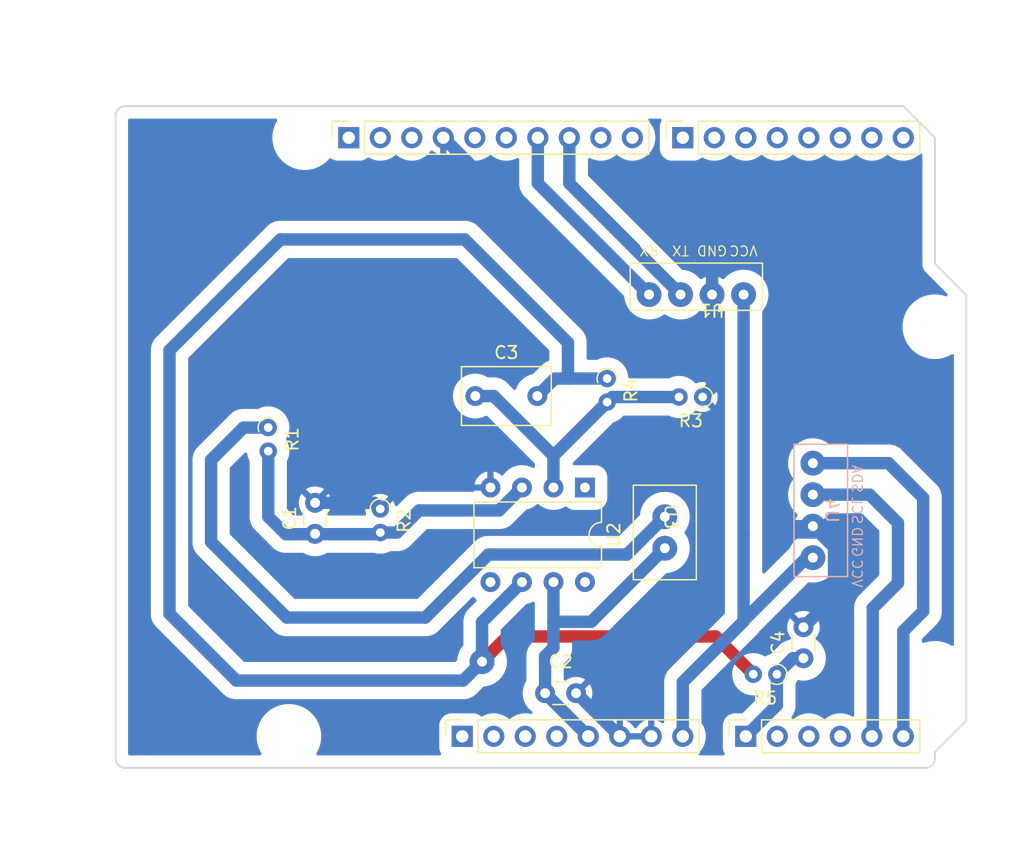
<source format=kicad_pcb>
(kicad_pcb (version 20211014) (generator pcbnew)
  (title_block (date "mar. 31 mars 2015"))
  (layers (0 "F.Cu" signal) (31 "B.Cu" signal) (34 "B.Paste" user) (35 "F.Paste" user) (36 "B.SilkS" user "B.Silkscreen") (37 "F.SilkS" user "F.Silkscreen") (38 "B.Mask" user) (39 "F.Mask" user) (44 "Edge.Cuts" user))
  (net 0 "")
  (net 1 "GND")
  (net 3 "+5V")
  (net 4 "/IOREF")
  (net 5 "/A0")
  (net 6 "/A1")
  (net 7 "/A2")
  (net 8 "/SCL{slash}A5*")
  (net 9 "/13")
  (net 10 "/12")
  (net 11 "/AREF")
  (net 12 "/8")
  (net 13 "/7")
  (net 14 "Net-(C1-Pad1)")
  (net 15 "/*9")
  (net 16 "/4")
  (net 17 "/2")
  (net 18 "/*6")
  (net 19 "/*5")
  (net 20 "/TX{slash}1")
  (net 21 "/*3")
  (net 22 "/RX{slash}0")
  (net 23 "+3V3")
  (net 24 "VCC")
  (net 25 "/~{RESET}")
  (net 26 "/*11{slash}RX")
  (net 27 "/*10{slash}TX")
  (net 28 "Net-(R1-Pad1)")
  (net 29 "Net-(C3-Pad2)")
  (net 30 "Net-(C3-Pad1)")
  (net 31 "/SDA{slash}A4*")
  (net 32 "/A3")
  (net 33 "/SCL{slash}A4")
  (net 34 "/SDA{slash}A5")
  (footprint "Connector_PinSocket_2.54mm:PinSocket_1x08_P2.54mm_Vertical" (layer "F.Cu") (at 127.94 97.46 90)
    (fp_text reference "J1" hide)
    (fp_text value "Power")
    (fp_line (start -1.33 19.11) (end 1.33 19.11) (layer "F.SilkS") (width 0.12))
    (fp_line (start 1.33 1.27) (end 1.33 19.11) (layer "F.SilkS") (width 0.12))
    (fp_line (start -1.33 1.27) (end 1.33 1.27) (layer "F.SilkS") (width 0.12))
    (fp_line (start 0 -1.33) (end 1.33 -1.33) (layer "F.SilkS") (width 0.12))
    (fp_line (start 1.33 -1.33) (end 1.33 0) (layer "F.SilkS") (width 0.12))
    (fp_line (start -1.33 1.27) (end -1.33 19.11) (layer "F.SilkS") (width 0.12))
    (pad "1" thru_hole rect locked (at 0 0 90) (size 1.7 1.7) (drill 1) (layers *.Cu *.Mask))
    (pad "2" thru_hole oval locked (at 0 2.54 90) (size 1.7 1.7) (drill 1) (layers *.Cu *.Mask) (net 4 "/IOREF"))
    (pad "3" thru_hole oval locked (at 0 5.08 90) (size 1.7 1.7) (drill 1) (layers *.Cu *.Mask) (net 25 "/~{RESET}"))
    (pad "4" thru_hole oval locked (at 0 7.62 90) (size 1.7 1.7) (drill 1) (layers *.Cu *.Mask) (net 23 "+3V3"))
    (pad "5" thru_hole oval locked (at 0 10.16 90) (size 1.7 1.7) (drill 1) (layers *.Cu *.Mask) (net 3 "+5V"))
    (pad "6" thru_hole oval locked (at 0 12.7 90) (size 1.7 1.7) (drill 1) (layers *.Cu *.Mask) (net 1 "GND"))
    (pad "7" thru_hole oval locked (at 0 15.24 90) (size 1.7 1.7) (drill 1) (layers *.Cu *.Mask) (net 1 "GND"))
    (pad "8" thru_hole oval locked (at 0 17.78 90) (size 1.7 1.7) (drill 1) (layers *.Cu *.Mask) (net 24 "VCC"))
  )
  (footprint "Connector_PinSocket_2.54mm:PinSocket_1x06_P2.54mm_Vertical" (layer "F.Cu") (at 150.8 97.46 90)
    (fp_text reference "J3" hide)
    (fp_text value "Analog")
    (fp_line (start 1.33 1.27) (end 1.33 14.03) (layer "F.SilkS") (width 0.12))
    (fp_line (start 0 -1.33) (end 1.33 -1.33) (layer "F.SilkS") (width 0.12))
    (fp_line (start -1.33 1.27) (end 1.33 1.27) (layer "F.SilkS") (width 0.12))
    (fp_line (start -1.33 1.27) (end -1.33 14.03) (layer "F.SilkS") (width 0.12))
    (fp_line (start -1.33 14.03) (end 1.33 14.03) (layer "F.SilkS") (width 0.12))
    (fp_line (start 1.33 -1.33) (end 1.33 0) (layer "F.SilkS") (width 0.12))
    (pad "1" thru_hole rect locked (at 0 0 90) (size 1.7 1.7) (drill 1) (layers *.Cu *.Mask) (net 5 "/A0"))
    (pad "2" thru_hole oval locked (at 0 2.54 90) (size 1.7 1.7) (drill 1) (layers *.Cu *.Mask) (net 6 "/A1"))
    (pad "3" thru_hole oval locked (at 0 5.08 90) (size 1.7 1.7) (drill 1) (layers *.Cu *.Mask) (net 7 "/A2"))
    (pad "4" thru_hole oval locked (at 0 7.62 90) (size 1.7 1.7) (drill 1) (layers *.Cu *.Mask) (net 32 "/A3"))
    (pad "5" thru_hole oval locked (at 0 10.16 90) (size 1.7 1.7) (drill 1) (layers *.Cu *.Mask) (net 33 "/SCL{slash}A4"))
    (pad "6" thru_hole oval locked (at 0 12.7 90) (size 1.7 1.7) (drill 1) (layers *.Cu *.Mask) (net 34 "/SDA{slash}A5"))
  )
  (footprint "Connector_PinSocket_2.54mm:PinSocket_1x10_P2.54mm_Vertical" (layer "F.Cu") (at 118.796 49.2 90)
    (fp_text reference "J2" hide)
    (fp_text value "Digital/PWM")
    (fp_line (start -1.33 24.19) (end 1.33 24.19) (layer "F.SilkS") (width 0.12))
    (fp_line (start -1.33 1.27) (end -1.33 24.19) (layer "F.SilkS") (width 0.12))
    (fp_line (start 1.33 -1.33) (end 1.33 0) (layer "F.SilkS") (width 0.12))
    (fp_line (start 0 -1.33) (end 1.33 -1.33) (layer "F.SilkS") (width 0.12))
    (fp_line (start 1.33 1.27) (end 1.33 24.19) (layer "F.SilkS") (width 0.12))
    (fp_line (start -1.33 1.27) (end 1.33 1.27) (layer "F.SilkS") (width 0.12))
    (pad "1" thru_hole rect locked (at 0 0 90) (size 1.7 1.7) (drill 1) (layers *.Cu *.Mask) (net 8 "/SCL{slash}A5*"))
    (pad "2" thru_hole oval locked (at 0 2.54 90) (size 1.7 1.7) (drill 1) (layers *.Cu *.Mask) (net 31 "/SDA{slash}A4*"))
    (pad "3" thru_hole oval locked (at 0 5.08 90) (size 1.7 1.7) (drill 1) (layers *.Cu *.Mask) (net 11 "/AREF"))
    (pad "4" thru_hole oval locked (at 0 7.62 90) (size 1.7 1.7) (drill 1) (layers *.Cu *.Mask) (net 1 "GND"))
    (pad "5" thru_hole oval locked (at 0 10.16 90) (size 1.7 1.7) (drill 1) (layers *.Cu *.Mask) (net 9 "/13"))
    (pad "6" thru_hole oval locked (at 0 12.7 90) (size 1.7 1.7) (drill 1) (layers *.Cu *.Mask) (net 10 "/12"))
    (pad "7" thru_hole oval locked (at 0 15.24 90) (size 1.7 1.7) (drill 1) (layers *.Cu *.Mask) (net 26 "/*11{slash}RX"))
    (pad "8" thru_hole oval locked (at 0 17.78 90) (size 1.7 1.7) (drill 1) (layers *.Cu *.Mask) (net 27 "/*10{slash}TX"))
    (pad "9" thru_hole oval locked (at 0 20.32 90) (size 1.7 1.7) (drill 1) (layers *.Cu *.Mask) (net 15 "/*9"))
    (pad "10" thru_hole oval locked (at 0 22.86 90) (size 1.7 1.7) (drill 1) (layers *.Cu *.Mask) (net 12 "/8"))
  )
  (footprint "Connector_PinSocket_2.54mm:PinSocket_1x08_P2.54mm_Vertical" (layer "F.Cu") (at 145.72 49.2 90)
    (fp_text reference "J4" hide)
    (fp_text value "Digital/PWM")
    (fp_line (start -1.33 19.11) (end 1.33 19.11) (layer "F.SilkS") (width 0.12))
    (fp_line (start -1.33 1.27) (end -1.33 19.11) (layer "F.SilkS") (width 0.12))
    (fp_line (start 0 -1.33) (end 1.33 -1.33) (layer "F.SilkS") (width 0.12))
    (fp_line (start -1.33 1.27) (end 1.33 1.27) (layer "F.SilkS") (width 0.12))
    (fp_line (start 1.33 -1.33) (end 1.33 0) (layer "F.SilkS") (width 0.12))
    (fp_line (start 1.33 1.27) (end 1.33 19.11) (layer "F.SilkS") (width 0.12))
    (pad "1" thru_hole rect locked (at 0 0 90) (size 1.7 1.7) (drill 1) (layers *.Cu *.Mask) (net 13 "/7"))
    (pad "2" thru_hole oval locked (at 0 2.54 90) (size 1.7 1.7) (drill 1) (layers *.Cu *.Mask) (net 18 "/*6"))
    (pad "3" thru_hole oval locked (at 0 5.08 90) (size 1.7 1.7) (drill 1) (layers *.Cu *.Mask) (net 19 "/*5"))
    (pad "4" thru_hole oval locked (at 0 7.62 90) (size 1.7 1.7) (drill 1) (layers *.Cu *.Mask) (net 16 "/4"))
    (pad "5" thru_hole oval locked (at 0 10.16 90) (size 1.7 1.7) (drill 1) (layers *.Cu *.Mask) (net 21 "/*3"))
    (pad "6" thru_hole oval locked (at 0 12.7 90) (size 1.7 1.7) (drill 1) (layers *.Cu *.Mask) (net 17 "/2"))
    (pad "7" thru_hole oval locked (at 0 15.24 90) (size 1.7 1.7) (drill 1) (layers *.Cu *.Mask) (net 20 "/TX{slash}1"))
    (pad "8" thru_hole oval locked (at 0 17.78 90) (size 1.7 1.7) (drill 1) (layers *.Cu *.Mask) (net 22 "/RX{slash}0"))
  )
  (footprint "Resistor_THT:R_Axial_DIN0204_L3.6mm_D1.6mm_P1.90mm_Vertical" (layer "F.Cu") (at 147.32 70.104 180)
    (fp_text reference "R3" (at 0.95 -1.92) (layer "F.SilkS"))
    (fp_text value "R")
    (fp_arc (start 0.320095 0.749359) (mid -0.813042 -0.054435) (end 0.417133 -0.7) (layer "F.SilkS") (width 0.12))
    (pad "1" thru_hole circle (at 0 0 180) (size 1.4 1.4) (drill 0.7) (layers *.Cu *.Mask) (net 1 "GND"))
    (pad "2" thru_hole oval (at 1.9 0 180) (size 1.4 1.4) (drill 0.7) (layers *.Cu *.Mask) (net 30 "Net-(C3-Pad1)"))
  )
  (footprint "Resistor_THT:R_Axial_DIN0204_L3.6mm_D1.6mm_P1.90mm_Vertical" (layer "F.Cu") (at 139.624 68.615 -90)
    (fp_text reference "R4" (at 0.95 -1.92 90) (layer "F.SilkS"))
    (fp_text value "R")
    (fp_arc (start 0.320095 0.749359) (mid -0.813042 -0.054435) (end 0.417133 -0.7) (layer "F.SilkS") (width 0.12))
    (pad "1" thru_hole circle (at 0 0 270) (size 1.4 1.4) (drill 0.7) (layers *.Cu *.Mask) (net 29 "Net-(C3-Pad2)"))
    (pad "2" thru_hole oval (at 1.9 0 270) (size 1.4 1.4) (drill 0.7) (layers *.Cu *.Mask) (net 30 "Net-(C3-Pad1)"))
  )
  (footprint "Capacitor_THT:C_Rect_L7.0mm_W4.5mm_P5.00mm" (layer "F.Cu") (at 128.996 70.028)
    (fp_text reference "C3" (at 2.5 -3.5) (layer "F.SilkS"))
    (fp_text value "C")
    (fp_line (start -1.12 -2.37) (end -1.12 2.37) (layer "F.SilkS") (width 0.12))
    (fp_line (start -1.12 -2.37) (end 6.12 -2.37) (layer "F.SilkS") (width 0.12))
    (fp_line (start 6.12 -2.37) (end 6.12 2.37) (layer "F.SilkS") (width 0.12))
    (fp_line (start -1.12 2.37) (end 6.12 2.37) (layer "F.SilkS") (width 0.12))
    (pad "1" thru_hole circle (at 0 0) (size 1.6 1.6) (drill 0.8) (layers *.Cu *.Mask) (net 30 "Net-(C3-Pad1)"))
    (pad "2" thru_hole circle (at 5 0) (size 1.6 1.6) (drill 0.8) (layers *.Cu *.Mask) (net 29 "Net-(C3-Pad2)"))
  )
  (footprint "Capacitor_THT:C_Disc_D3.0mm_W1.6mm_P2.50mm" (layer "F.Cu") (at 134.62 93.98)
    (fp_text reference "C2" (at 1.25 -2.54) (layer "F.SilkS"))
    (fp_text value "C")
    (fp_line (start 0.621 0.92) (end 1.879 0.92) (layer "F.SilkS") (width 0.12))
    (fp_line (start 0.621 -0.92) (end 1.879 -0.92) (layer "F.SilkS") (width 0.12))
    (pad "1" thru_hole circle (at 0 0) (size 1.6 1.6) (drill 0.8) (layers *.Cu *.Mask) (net 3 "+5V"))
    (pad "2" thru_hole circle (at 2.5 0) (size 1.6 1.6) (drill 0.8) (layers *.Cu *.Mask) (net 1 "GND"))
  )
  (footprint "Resistor_THT:R_Axial_DIN0204_L3.6mm_D1.6mm_P1.90mm_Vertical" (layer "F.Cu") (at 153.305 92.456 180)
    (fp_text reference "R5" (at 0.95 -1.92) (layer "F.SilkS"))
    (fp_text value "R")
    (fp_arc (start 0.320095 0.749359) (mid -0.813042 -0.054435) (end 0.417133 -0.7) (layer "F.SilkS") (width 0.12))
    (pad "1" thru_hole circle (at 0 0 180) (size 1.4 1.4) (drill 0.7) (layers *.Cu *.Mask) (net 5 "/A0"))
    (pad "2" thru_hole oval (at 1.9 0 180) (size 1.4 1.4) (drill 0.7) (layers *.Cu *.Mask) (net 29 "Net-(C3-Pad2)"))
  )
  (footprint "Resistor_THT:R_Axial_DIN0204_L3.6mm_D1.6mm_P1.90mm_Vertical" (layer "F.Cu") (at 112.303 72.568 -90)
    (fp_text reference "R1" (at 0.95 -1.92 90) (layer "F.SilkS"))
    (fp_text value "R")
    (fp_arc (start 0.320095 0.749359) (mid -0.813042 -0.054435) (end 0.417133 -0.7) (layer "F.SilkS") (width 0.12))
    (pad "1" thru_hole circle (at 0 0 270) (size 1.4 1.4) (drill 0.7) (layers *.Cu *.Mask) (net 28 "Net-(R1-Pad1)"))
    (pad "2" thru_hole oval (at 1.9 0 270) (size 1.4 1.4) (drill 0.7) (layers *.Cu *.Mask) (net 14 "Net-(C1-Pad1)"))
  )
  (footprint "Arduino_MountingHole:MountingHole_3.2mm" (layer "F.Cu") (at 115.24 49.2)
    (fp_text reference "MH1" hide)
    (fp_text value "MountingHole_3.2mm" hide)
    (pad "" np_thru_hole circle locked (at 0 0) (size 3.2 3.2) (drill 3.2) (layers *.Cu *.Mask))
  )
  (footprint "Resistor_THT:R_Axial_DIN0204_L3.6mm_D1.6mm_P1.90mm_Vertical" (layer "F.Cu") (at 121.3358 79.1304 -90)
    (fp_text reference "R2" (at 0.95 -1.92 90) (layer "F.SilkS"))
    (fp_text value "R")
    (fp_arc (start 0.320095 0.749359) (mid -0.813042 -0.054435) (end 0.417133 -0.7) (layer "F.SilkS") (width 0.12))
    (pad "1" thru_hole circle (at 0 0 270) (size 1.4 1.4) (drill 0.7) (layers *.Cu *.Mask) (net 1 "GND"))
    (pad "2" thru_hole oval (at 1.9 0 270) (size 1.4 1.4) (drill 0.7) (layers *.Cu *.Mask) (net 14 "Net-(C1-Pad1)"))
  )
  (footprint "New_footprints:capteur" (layer "F.Cu") (at 144.272 79.756 -90)
    (fp_text reference "U3" (at 0 -0.5 -90 unlocked) (layer "F.SilkS"))
    (fp_text value "capteur")
    (fp_line (start 5.08 -2.54) (end 5.08 2.54) (layer "F.SilkS") (width 0.12))
    (fp_line (start 5.08 2.54) (end -2.54 2.54) (layer "F.SilkS") (width 0.12))
    (fp_line (start -2.54 -2.54) (end 5.08 -2.54) (layer "F.SilkS") (width 0.12))
    (fp_line (start -2.54 2.54) (end -2.54 -2.54) (layer "F.SilkS") (width 0.12))
    (pad "1" thru_hole circle (at 0 0 270) (size 2 2) (drill 0.8) (layers *.Cu *.Mask) (net 28 "Net-(R1-Pad1)"))
    (pad "2" thru_hole circle (at 2.54 0 270) (size 2 2) (drill 0.8) (layers *.Cu *.Mask) (net 3 "+5V"))
  )
  (footprint "New_footprints:Bluetooth" (layer "F.Cu") (at 148.082 62.611 180)
    (fp_text reference "U1" (at 0 -0.5 180 unlocked) (layer "F.SilkS"))
    (fp_text value "Blutooth_HC06")
    (fp_text user "RX" (at 5.08 4.318 180 unlocked) (layer "F.SilkS") (effects (font (size 0.8 0.8) (thickness 0.1))))
    (fp_text user "VCC" (at -2.54 4.318 180 unlocked) (layer "F.SilkS") (effects (font (size 0.8 0.8) (thickness 0.1))))
    (fp_text user "GND" (at 0 4.318 180 unlocked) (layer "F.SilkS") (effects (font (size 0.8 0.8) (thickness 0.1))))
    (fp_text user "TX" (at 2.54 4.318 180 unlocked) (layer "F.SilkS") (effects (font (size 0.8 0.8) (thickness 0.1))))
    (fp_rect (start -4.064 -0.508) (end 6.604 3.302) (layer "F.SilkS") (width 0.12) (fill none))
    (pad "1" thru_hole circle (at -2.54 0.762 180) (size 2 2) (drill 0.8) (layers *.Cu *.Mask) (net 24 "VCC"))
    (pad "2" thru_hole circle (at 0 0.762 180) (size 2 2) (drill 0.8) (layers *.Cu *.Mask) (net 1 "GND"))
    (pad "3" thru_hole circle (at 2.54 0.762 180) (size 2 2) (drill 0.8) (layers *.Cu *.Mask) (net 27 "/*10{slash}TX"))
    (pad "4" thru_hole circle (at 5.08 0.762 180) (size 2 2) (drill 0.8) (layers *.Cu *.Mask) (net 26 "/*11{slash}RX"))
  )
  (footprint "Package_DIP:DIP-8_W7.62mm" (layer "F.Cu") (at 137.836 77.404 -90)
    (fp_text reference "U2" (at 3.81 -2.33 90) (layer "F.SilkS"))
    (fp_text value "LTC1050")
    (fp_line (start 1.16 8.95) (end 6.46 8.95) (layer "F.SilkS") (width 0.12))
    (fp_line (start 6.46 -1.33) (end 4.81 -1.33) (layer "F.SilkS") (width 0.12))
    (fp_line (start 6.46 8.95) (end 6.46 -1.33) (layer "F.SilkS") (width 0.12))
    (fp_line (start 2.81 -1.33) (end 1.16 -1.33) (layer "F.SilkS") (width 0.12))
    (fp_line (start 1.16 -1.33) (end 1.16 8.95) (layer "F.SilkS") (width 0.12))
    (fp_arc (start 4.81 -1.33) (mid 3.81 -0.33) (end 2.81 -1.33) (layer "F.SilkS") (width 0.12))
    (pad "1" thru_hole rect (at 0 0 270) (size 1.6 1.6) (drill 0.8) (layers *.Cu *.Mask))
    (pad "2" thru_hole oval (at 0 2.54 270) (size 1.6 1.6) (drill 0.8) (layers *.Cu *.Mask) (net 30 "Net-(C3-Pad1)"))
    (pad "3" thru_hole oval (at 0 5.08 270) (size 1.6 1.6) (drill 0.8) (layers *.Cu *.Mask) (net 14 "Net-(C1-Pad1)"))
    (pad "4" thru_hole oval (at 0 7.62 270) (size 1.6 1.6) (drill 0.8) (layers *.Cu *.Mask) (net 1 "GND"))
    (pad "5" thru_hole oval (at 7.62 7.62 270) (size 1.6 1.6) (drill 0.8) (layers *.Cu *.Mask))
    (pad "6" thru_hole oval (at 7.62 5.08 270) (size 1.6 1.6) (drill 0.8) (layers *.Cu *.Mask) (net 29 "Net-(C3-Pad2)"))
    (pad "7" thru_hole oval (at 7.62 2.54 270) (size 1.6 1.6) (drill 0.8) (layers *.Cu *.Mask) (net 3 "+5V"))
    (pad "8" thru_hole oval (at 7.62 0 270) (size 1.6 1.6) (drill 0.8) (layers *.Cu *.Mask))
  )
  (footprint "Capacitor_THT:C_Disc_D3.0mm_W1.6mm_P2.50mm" (layer "F.Cu") (at 116.078 81.133 90)
    (fp_text reference "C1" (at 1.25 -2.05 90) (layer "F.SilkS"))
    (fp_text value "C")
    (fp_line (start 0.621 -0.92) (end 1.879 -0.92) (layer "F.SilkS") (width 0.12))
    (fp_line (start 0.621 0.92) (end 1.879 0.92) (layer "F.SilkS") (width 0.12))
    (pad "1" thru_hole circle (at 0 0 90) (size 1.6 1.6) (drill 0.8) (layers *.Cu *.Mask) (net 14 "Net-(C1-Pad1)"))
    (pad "2" thru_hole circle (at 2.5 0 90) (size 1.6 1.6) (drill 0.8) (layers *.Cu *.Mask) (net 1 "GND"))
  )
  (footprint "Capacitor_THT:C_Disc_D3.0mm_W1.6mm_P2.50mm" (layer "F.Cu") (at 155.448 91.166 90)
    (fp_text reference "C4" (at 1.25 -2.05 90) (layer "F.SilkS"))
    (fp_text value "C")
    (fp_line (start 0.621 -0.92) (end 1.879 -0.92) (layer "F.SilkS") (width 0.12))
    (fp_line (start 0.621 0.92) (end 1.879 0.92) (layer "F.SilkS") (width 0.12))
    (pad "1" thru_hole circle (at 0 0 90) (size 1.6 1.6) (drill 0.8) (layers *.Cu *.Mask) (net 5 "/A0"))
    (pad "2" thru_hole circle (at 2.5 0 90) (size 1.6 1.6) (drill 0.8) (layers *.Cu *.Mask) (net 1 "GND"))
  )
  (footprint "Arduino_MountingHole:MountingHole_3.2mm" (layer "F.Cu") (at 113.97 97.46)
    (fp_text reference "MH2" hide)
    (fp_text value "MountingHole_3.2mm" hide)
    (pad "" np_thru_hole circle locked (at 0 0) (size 3.2 3.2) (drill 3.2) (layers *.Cu *.Mask))
  )
  (footprint "Arduino_MountingHole:MountingHole_3.2mm" (layer "F.Cu") (at 166.04 64.44)
    (fp_text reference "MH3" hide)
    (fp_text value "MountingHole_3.2mm" hide)
    (pad "" np_thru_hole circle locked (at 0 0) (size 3.2 3.2) (drill 3.2) (layers *.Cu *.Mask))
  )
  (footprint "Arduino_MountingHole:MountingHole_3.2mm" (layer "F.Cu") (at 166.04 92.38)
    (fp_text reference "MH4" hide)
    (fp_text value "MountingHole_3.2mm" hide)
    (pad "" np_thru_hole circle locked (at 0 0) (size 3.2 3.2) (drill 3.2) (layers *.Cu *.Mask))
  )
  (footprint "New_footprints:OLED" (layer "B.Cu") (at 157.226 79.248 90)
    (fp_text reference "U4" (at 0 0.5 270 unlocked) (layer "B.SilkS") (effects (justify mirror)))
    (fp_text value "oled")
    (fp_text user "SCL" (at 0 2.54 270 unlocked) (layer "B.SilkS") (effects (font (size 0.8 0.8) (thickness 0.1)) (justify mirror)))
    (fp_text user "VCC" (at -5.08 2.54 270 unlocked) (layer "B.SilkS") (effects (font (size 0.8 0.8) (thickness 0.1)) (justify mirror)))
    (fp_text user "SDA" (at 2.54 2.54 270 unlocked) (layer "B.SilkS") (effects (font (size 0.8 0.8) (thickness 0.1)) (justify mirror)))
    (fp_text user "GND" (at -2.54 2.54 270 unlocked) (layer "B.SilkS") (effects (font (size 0.8 0.8) (thickness 0.1)) (justify mirror)))
    (fp_rect (start 5.334 -2.54) (end -5.334 1.778) (layer "B.SilkS") (width 0.12) (fill none))
    (pad "1" thru_hole circle (at -3.81 -1.016 90) (size 2 2) (drill 0.8) (layers *.Cu *.Mask) (net 24 "VCC"))
    (pad "2" thru_hole circle (at -1.27 -1.016 90) (size 2 2) (drill 0.8) (layers *.Cu *.Mask) (net 1 "GND"))
    (pad "3" thru_hole circle (at 1.27 -1.016 90) (size 2 2) (drill 0.8) (layers *.Cu *.Mask) (net 33 "/SCL{slash}A4"))
    (pad "4" thru_hole circle (at 3.81 -1.016 90) (size 2 2) (drill 0.8) (layers *.Cu *.Mask) (net 34 "/SDA{slash}A5"))
  )
  (gr_line (start 166.04 59.36) (end 168.58 61.9) (layer "Edge.Cuts") (width 0.15))
  (gr_line (start 100 99.238) (end 100 47.422) (layer "Edge.Cuts") (width 0.15))
  (gr_line (start 168.58 61.9) (end 168.58 96.19) (layer "Edge.Cuts") (width 0.15))
  (gr_line (start 165.278 100) (end 100.762 100) (layer "Edge.Cuts") (width 0.15))
  (gr_line (start 100.762 46.66) (end 163.5 46.66) (layer "Edge.Cuts") (width 0.15))
  (gr_arc (start 100.762 100) (mid 100.223185 99.776815) (end 100 99.238) (layer "Edge.Cuts") (width 0.15))
  (gr_line (start 168.58 96.19) (end 166.04 98.73) (layer "Edge.Cuts") (width 0.15))
  (gr_line (start 163.5 46.66) (end 166.04 49.2) (layer "Edge.Cuts") (width 0.15))
  (gr_arc (start 166.04 99.238) (mid 165.816815 99.776815) (end 165.278 100) (layer "Edge.Cuts") (width 0.15))
  (gr_line (start 166.04 49.2) (end 166.04 59.36) (layer "Edge.Cuts") (width 0.15))
  (gr_line (start 166.04 98.73) (end 166.04 99.238) (layer "Edge.Cuts") (width 0.15))
  (gr_arc (start 100 47.422) (mid 100.223185 46.883185) (end 100.762 46.66) (layer "Edge.Cuts") (width 0.15))
  (segment (start 148.082 61.849) (end 148.082 65.278) (width 1) (layer "B.Cu") (net 1))
  (segment (start 142.748 65.532) (end 126.416 49.2) (width 1) (layer "B.Cu") (net 1))
  (segment (start 153.924 80.518) (end 156.21 80.518) (width 1) (layer "B.Cu") (net 1))
  (segment (start 156.21 80.518) (end 157.91 82.218) (width 1) (layer "B.Cu") (net 1))
  (segment (start 130.028 77.216) (end 130.216 77.404) (width 1) (layer "B.Cu") (net 1))
  (segment (start 154.432 81.026) (end 153.924 80.518) (width 1) (layer "B.Cu") (net 1))
  (segment (start 137.12 93.98) (end 137.16 93.98) (width 1) (layer "B.Cu") (net 1))
  (segment (start 157.226 80.518) (end 157.734 81.026) (width 1) (layer "B.Cu") (net 1))
  (segment (start 157.734 81.026) (end 154.432 81.026) (width 1) (layer "B.Cu") (net 1))
  (segment (start 147.066 65.532) (end 142.748 65.532) (width 1) (layer "B.Cu") (net 1))
  (segment (start 148.082 58.674) (end 148.082 61.849) (width 1) (layer "B.Cu") (net 1))
  (segment (start 137.16 93.98) (end 140.64 97.46) (width 1) (layer "B.Cu") (net 1))
  (segment (start 148.082 66.548) (end 147.066 65.532) (width 1) (layer "B.Cu") (net 1))
  (segment (start 153.416 80.518) (end 153.924 80.518) (width 1) (layer "B.Cu") (net 1))
  (segment (start 152.654 81.28) (end 153.416 80.518) (width 1) (layer "B.Cu") (net 1))
  (segment (start 148.082 65.278) (end 148.082 69.342) (width 1) (layer "B.Cu") (net 1))
  (segment (start 148.082 69.342) (end 147.32 70.104) (width 1) (layer "B.Cu") (net 1))
  (segment (start 157.91 86.204) (end 155.448 88.666) (width 1) (layer "B.Cu") (net 1))
  (segment (start 156.21 80.518) (end 157.226 80.518) (width 1) (layer "B.Cu") (net 1))
  (segment (start 157.734 80.01) (end 157.226 80.518) (width 1) (layer "B.Cu") (net 1))
  (segment (start 120.8384 78.633) (end 121.3358 79.1304) (width 1) (layer "B.Cu") (net 1))
  (segment (start 157.91 82.218) (end 157.91 86.204) (width 1) (layer "B.Cu") (net 1))
  (segment (start 116.078 78.633) (end 120.8384 78.633) (width 1) (layer "B.Cu") (net 1))
  (segment (start 135.296 88.224) (end 135.296 90.318) (width 1) (layer "B.Cu") (net 3))
  (segment (start 134.62 90.994) (end 134.62 93.98) (width 1) (layer "B.Cu") (net 3))
  (segment (start 135.296 85.024) (end 135.296 88.224) (width 1) (layer "B.Cu") (net 3))
  (segment (start 134.62 93.98) (end 138.1 97.46) (width 1) (layer "B.Cu") (net 3))
  (segment (start 135.296 90.318) (end 134.62 90.994) (width 1) (layer "B.Cu") (net 3))
  (segment (start 144.272 82.296) (end 138.344 88.224) (width 1) (layer "B.Cu") (net 3))
  (segment (start 138.344 88.224) (end 135.296 88.224) (width 1) (layer "B.Cu") (net 3))
  (segment (start 155.448 91.166) (end 154.595 91.166) (width 1) (layer "B.Cu") (net 5))
  (segment (start 153.305 94.955) (end 150.8 97.46) (width 1) (layer "B.Cu") (net 5))
  (segment (start 153.305 92.456) (end 153.305 94.955) (width 1) (layer "B.Cu") (net 5))
  (segment (start 154.595 91.166) (end 153.305 92.456) (width 1) (layer "B.Cu") (net 5))
  (segment (start 121.2022 81.164) (end 121.3358 81.0304) (width 1) (layer "B.Cu") (net 14))
  (segment (start 130.912 79.248) (end 124.46 79.248) (width 1) (layer "B.Cu") (net 14))
  (segment (start 113.716 81.164) (end 121.2022 81.164) (width 1) (layer "B.Cu") (net 14))
  (segment (start 132.756 77.404) (end 130.912 79.248) (width 1) (layer "B.Cu") (net 14))
  (segment (start 124.46 79.248) (end 122.6776 81.0304) (width 1) (layer "B.Cu") (net 14))
  (segment (start 112.303 74.468) (end 112.303 79.751) (width 1) (layer "B.Cu") (net 14))
  (segment (start 121.275 81.164) (end 121.336 81.225) (width 1) (layer "B.Cu") (net 14))
  (segment (start 112.303 79.751) (end 113.716 81.164) (width 1) (layer "B.Cu") (net 14))
  (segment (start 122.6776 81.0304) (end 121.3358 81.0304) (width 1) (layer "B.Cu") (net 14))
  (segment (start 150.622 81.28) (end 150.622 61.849) (width 1) (layer "B.Cu") (net 24))
  (segment (start 150.622 88.138) (end 150.622 88.1888) (width 1) (layer "B.Cu") (net 24))
  (segment (start 150.622 88.1888) (end 150.622 81.28) (width 1) (layer "B.Cu") (net 24))
  (segment (start 156.21 83.058) (end 155.702 83.058) (width 1) (layer "B.Cu") (net 24))
  (segment (start 155.702 83.058) (end 150.622 88.138) (width 1) (layer "B.Cu") (net 24))
  (segment (start 145.72 93.0908) (end 150.622 88.1888) (width 1) (layer "B.Cu") (net 24))
  (segment (start 145.72 97.46) (end 145.72 93.0908) (width 1) (layer "B.Cu") (net 24))
  (segment (start 134.036 49.2) (end 134.036 52.883) (width 1) (layer "B.Cu") (net 26))
  (segment (start 134.036 52.883) (end 143.002 61.849) (width 1) (layer "B.Cu") (net 26))
  (segment (start 136.576 49.2) (end 136.576 52.883) (width 1) (layer "B.Cu") (net 27))
  (segment (start 136.576 52.883) (end 145.542 61.849) (width 1) (layer "B.Cu") (net 27))
  (segment (start 124.968 87.884) (end 113.792 87.884) (width 1) (layer "B.Cu") (net 28))
  (segment (start 107.696 75.184) (end 110.312 72.568) (width 1) (layer "B.Cu") (net 28))
  (segment (start 113.792 87.884) (end 107.696 81.788) (width 1) (layer "B.Cu") (net 28))
  (segment (start 110.312 72.568) (end 112.303 72.568) (width 1) (layer "B.Cu") (net 28))
  (segment (start 130.048 82.804) (end 124.968 87.884) (width 1) (layer "B.Cu") (net 28))
  (segment (start 144.272 79.756) (end 141.224 82.804) (width 1) (layer "B.Cu") (net 28))
  (segment (start 107.696 81.788) (end 107.696 75.184) (width 1) (layer "B.Cu") (net 28))
  (segment (start 141.224 82.804) (end 130.048 82.804) (width 1) (layer "B.Cu") (net 28))
  (segment (start 129.54 91.44) (end 131.572 89.408) (width 1) (layer "F.Cu") (net 29))
  (segment (start 148.357 89.408) (end 151.405 92.456) (width 1) (layer "F.Cu") (net 29))
  (segment (start 131.572 89.408) (end 148.357 89.408) (width 1) (layer "F.Cu") (net 29))
  (via (at 129.54 91.44) (size 2) (drill 0.8) (layers "F.Cu" "B.Cu") (net 29))
  (segment (start 128.016 92.964) (end 129.54 91.44) (width 1) (layer "B.Cu") (net 29))
  (segment (start 128.143 57.404) (end 113.284 57.404) (width 1) (layer "B.Cu") (net 29))
  (segment (start 136.465 68.615) (end 136.465 65.726) (width 1) (layer "B.Cu") (net 29))
  (segment (start 129.54 91.44) (end 129.54 88.24) (width 1) (layer "B.Cu") (net 29))
  (segment (start 129.54 88.24) (end 132.756 85.024) (width 1) (layer "B.Cu") (net 29))
  (segment (start 135.409 68.615) (end 133.996 70.028) (width 1) (layer "B.Cu") (net 29))
  (segment (start 104.3432 66.3448) (end 104.3432 87.5792) (width 1) (layer "B.Cu") (net 29))
  (segment (start 139.624 68.615) (end 136.465 68.615) (width 1) (layer "B.Cu") (net 29))
  (segment (start 104.3432 87.5792) (end 109.728 92.964) (width 1) (layer "B.Cu") (net 29))
  (segment (start 136.465 65.726) (end 128.143 57.404) (width 1) (layer "B.Cu") (net 29))
  (segment (start 113.284 57.404) (end 104.3432 66.3448) (width 1) (layer "B.Cu") (net 29))
  (segment (start 136.465 68.615) (end 135.409 68.615) (width 1) (layer "B.Cu") (net 29))
  (segment (start 109.728 92.964) (end 128.016 92.964) (width 1) (layer "B.Cu") (net 29))
  (segment (start 140.035 70.104) (end 139.624 70.515) (width 1) (layer "B.Cu") (net 30))
  (segment (start 139.624 70.515) (end 135.296 74.843) (width 1) (layer "B.Cu") (net 30))
  (segment (start 135.296 74.843) (end 135.296 77.404) (width 1) (layer "B.Cu") (net 30))
  (segment (start 135.296 74.843) (end 130.481 70.028) (width 1) (layer "B.Cu") (net 30))
  (segment (start 145.42 70.104) (end 140.035 70.104) (width 1) (layer "B.Cu") (net 30))
  (segment (start 130.481 70.028) (end 128.996 70.028) (width 1) (layer "B.Cu") (net 30))
  (segment (start 163.068 85.09) (end 161.036 87.122) (width 1) (layer "B.Cu") (net 33))
  (segment (start 156.21 77.978) (end 160.782 77.978) (width 1) (layer "B.Cu") (net 33))
  (segment (start 161.036 87.122) (end 161.036 97.384) (width 1) (layer "B.Cu") (net 33))
  (segment (start 161.036 97.384) (end 160.96 97.46) (width 1) (layer "B.Cu") (net 33))
  (segment (start 163.068 80.264) (end 163.068 85.09) (width 1) (layer "B.Cu") (net 33))
  (segment (start 160.782 77.978) (end 163.068 80.264) (width 1) (layer "B.Cu") (net 33))
  (segment (start 163.5 88.976) (end 163.5 97.46) (width 1) (layer "B.Cu") (net 34))
  (segment (start 162.306 75.438) (end 165.1 78.232) (width 1) (layer "B.Cu") (net 34))
  (segment (start 165.1 87.376) (end 163.5 88.976) (width 1) (layer "B.Cu") (net 34))
  (segment (start 156.21 75.438) (end 162.306 75.438) (width 1) (layer "B.Cu") (net 34))
  (segment (start 165.1 78.232) (end 165.1 87.376) (width 1) (layer "B.Cu") (net 34))
  (zone (net 1) (net_name "GND") (layer "B.Cu") (connect_pads (clearance 1)) (min_thickness 0.254) (fill yes (thermal_gap 0.508) (thermal_bridge_width 0.508) (smoothing fillet))
    (polygon (pts (xy 136.652 38.1) (xy 171.45 38.1) (xy 173.240654 104.615543) (xy 90.678 106.934) (xy 94.996 41.148)))
  )
)
</source>
